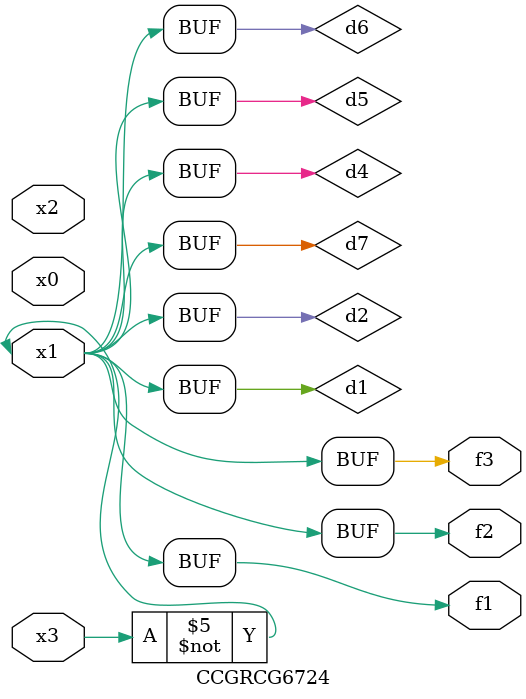
<source format=v>
module CCGRCG6724(
	input x0, x1, x2, x3,
	output f1, f2, f3
);

	wire d1, d2, d3, d4, d5, d6, d7;

	not (d1, x3);
	buf (d2, x1);
	xnor (d3, d1, d2);
	nor (d4, d1);
	buf (d5, d1, d2);
	buf (d6, d4, d5);
	nand (d7, d4);
	assign f1 = d6;
	assign f2 = d7;
	assign f3 = d6;
endmodule

</source>
